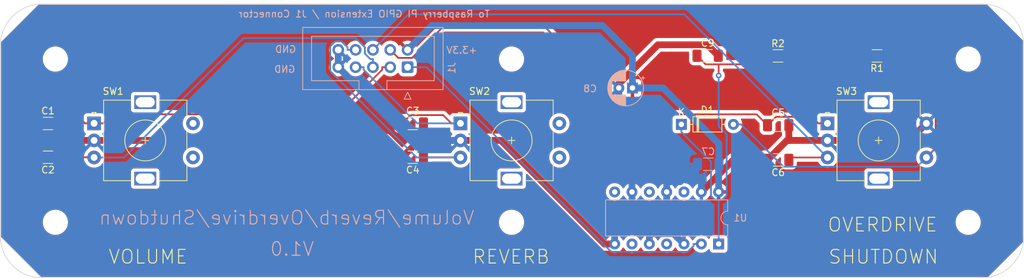
<source format=kicad_pcb>
(kicad_pcb (version 20221018) (generator pcbnew)
  (title_block (title "Volume reverb overdrive shutdown controls") (date "2023-08-24") (rev "1.0") (company "Picherie"))
  (layers (0 "F.Cu" signal) (31 "B.Cu" signal) (34 "B.Paste" user) (35 "F.Paste" user) (36 "B.SilkS" user "B.Silkscreen") (37 "F.SilkS" user "F.Silkscreen") (38 "B.Mask" user) (39 "F.Mask" user) (44 "Edge.Cuts" user))
  (net 0 "")
  (net 1 "/VOLUME_A")
  (net 2 "GND")
  (net 3 "/VOLUME_B")
  (net 4 "/OVERDRIVE_A")
  (net 5 "+3.3V")
  (net 6 "/REVERB_A")
  (net 7 "/REVERB_B")
  (net 8 "/OVERDRIVE_B")
  (net 9 "Net-(D1-K)")
  (net 10 "/RPI_OFF")
  (net 14 "/SHUT_DOWN")
  (footprint "MountingHole:MountingHole_3.2mm_M3" (layer "F.Cu") (at 70.93 99.95)
    (fp_text reference "REF6" hide)
    (fp_text value "MountingHole_3.2mm_M3" hide)
    (pad "" np_thru_hole circle locked (at 0 0) (size 3.2 3.2) (drill 3.2) (layers "*.Cu" "*.Mask"))
  )
  (footprint "MountingHole:MountingHole_3.2mm_M3" (layer "F.Cu") (at 137.7895 99.95)
    (fp_text reference "REF5" hide)
    (fp_text value "MountingHole_3.2mm_M3" hide)
    (pad "" np_thru_hole circle locked (at 0 0) (size 3.2 3.2) (drill 3.2) (layers "*.Cu" "*.Mask"))
  )
  (footprint "MountingHole:MountingHole_3.2mm_M3" (layer "F.Cu") (at 204.725 76.03)
    (fp_text reference "REF3" hide)
    (fp_text value "MountingHole_3.2mm_M3" hide)
    (pad "" np_thru_hole circle locked (at 0 0) (size 3.2 3.2) (drill 3.2) (layers "*.Cu" "*.Mask"))
  )
  (footprint "Capacitor_SMD:C_1206_3216Metric_Pad1.33x1.80mm_HandSolder" (layer "F.Cu") (at 69.85 90.424 180)
    (fp_text reference "C2" (at 0 -1.85) (layer "F.SilkS"))
    (fp_text value "10n")
    (fp_line (start -0.711252 -0.91) (end 0.711252 -0.91) (stroke (width 0.12)) (layer "F.SilkS"))
    (fp_line (start -0.711252 0.91) (end 0.711252 0.91) (stroke (width 0.12)) (layer "F.SilkS"))
    (pad "1" smd roundrect locked (at -1.5625 0 180) (size 1.325 1.8) (layers "F.Cu" "F.Paste" "F.Mask") (roundrect_rratio 0.1886792453) (net 3 "/VOLUME_B"))
    (pad "2" smd roundrect locked (at 1.5625 0 180) (size 1.325 1.8) (layers "F.Cu" "F.Paste" "F.Mask") (roundrect_rratio 0.1886792453) (net 2 "GND"))
  )
  (footprint "Capacitor_SMD:C_1206_3216Metric_Pad1.33x1.80mm_HandSolder" (layer "F.Cu") (at 176.8725 85.725)
    (fp_text reference "C5" (at 0 -1.85) (layer "F.SilkS"))
    (fp_text value "10n")
    (fp_line (start -0.711252 -0.91) (end 0.711252 -0.91) (stroke (width 0.12)) (layer "F.SilkS"))
    (fp_line (start -0.711252 0.91) (end 0.711252 0.91) (stroke (width 0.12)) (layer "F.SilkS"))
    (pad "1" smd roundrect (at -1.5625 0) (size 1.325 1.8) (layers "F.Cu" "F.Paste" "F.Mask") (roundrect_rratio 0.1886792453) (net 4 "/OVERDRIVE_A"))
    (pad "2" smd roundrect (at 1.5625 0) (size 1.325 1.8) (layers "F.Cu" "F.Paste" "F.Mask") (roundrect_rratio 0.1886792453) (net 2 "GND"))
  )
  (footprint "Diode_THT:D_DO-35_SOD27_P7.62mm_Horizontal" (layer "F.Cu") (at 162.687 85.598)
    (fp_text reference "D1" (at 3.81 -2.12) (layer "F.SilkS"))
    (fp_text value "1N4148")
    (fp_text user "K" (at 0 -1.8) (layer "F.SilkS"))
    (fp_line (start 1.04 0) (end 1.69 0) (stroke (width 0.12)) (layer "F.SilkS"))
    (fp_line (start 1.69 -1.12) (end 1.69 1.12) (stroke (width 0.12)) (layer "F.SilkS"))
    (fp_line (start 1.69 1.12) (end 5.93 1.12) (stroke (width 0.12)) (layer "F.SilkS"))
    (fp_line (start 2.29 -1.12) (end 2.29 1.12) (stroke (width 0.12)) (layer "F.SilkS"))
    (fp_line (start 2.41 -1.12) (end 2.41 1.12) (stroke (width 0.12)) (layer "F.SilkS"))
    (fp_line (start 2.53 -1.12) (end 2.53 1.12) (stroke (width 0.12)) (layer "F.SilkS"))
    (fp_line (start 5.93 -1.12) (end 1.69 -1.12) (stroke (width 0.12)) (layer "F.SilkS"))
    (fp_line (start 5.93 1.12) (end 5.93 -1.12) (stroke (width 0.12)) (layer "F.SilkS"))
    (fp_line (start 6.58 0) (end 5.93 0) (stroke (width 0.12)) (layer "F.SilkS"))
    (pad "1" thru_hole rect (at 0 0) (size 1.6 1.6) (drill 0.8) (layers "*.Cu" "*.Mask") (net 9 "Net-(D1-K)"))
    (pad "2" thru_hole oval (at 7.62 0) (size 1.6 1.6) (drill 0.8) (layers "*.Cu" "*.Mask") (net 10 "/RPI_OFF"))
  )
  (footprint "Capacitor_SMD:C_1206_3216Metric_Pad1.33x1.80mm_HandSolder" (layer "F.Cu") (at 123.317 90.424 180)
    (fp_text reference "C4" (at 0 -1.85) (layer "F.SilkS"))
    (fp_text value "10n")
    (fp_line (start -0.711252 -0.91) (end 0.711252 -0.91) (stroke (width 0.12)) (layer "F.SilkS"))
    (fp_line (start -0.711252 0.91) (end 0.711252 0.91) (stroke (width 0.12)) (layer "F.SilkS"))
    (pad "1" smd roundrect (at -1.5625 0 180) (size 1.325 1.8) (layers "F.Cu" "F.Paste" "F.Mask") (roundrect_rratio 0.1886792453) (net 7 "/REVERB_B"))
    (pad "2" smd roundrect (at 1.5625 0 180) (size 1.325 1.8) (layers "F.Cu" "F.Paste" "F.Mask") (roundrect_rratio 0.1886792453) (net 2 "GND"))
  )
  (footprint "Rotary_Encoder:RotaryEncoder_Alps_EC11E-Switch_Vertical_H20mm" (layer "F.Cu") (at 130.302 85.45)
    (fp_text reference "SW2" (at 2.8 -4.7) (layer "F.SilkS"))
    (fp_text value "RotaryEncoder")
    (fp_line (start -0.3 -1.6) (end 0.3 -1.6) (stroke (width 0.12)) (layer "F.SilkS"))
    (fp_line (start 0 -1.3) (end -0.3 -1.6) (stroke (width 0.12)) (layer "F.SilkS"))
    (fp_line (start 0.3 -1.6) (end 0 -1.3) (stroke (width 0.12)) (layer "F.SilkS"))
    (fp_line (start 1.4 -3.4) (end 1.4 8.4) (stroke (width 0.12)) (layer "F.SilkS"))
    (fp_line (start 5.5 -3.4) (end 1.4 -3.4) (stroke (width 0.12)) (layer "F.SilkS"))
    (fp_line (start 5.5 8.4) (end 1.4 8.4) (stroke (width 0.12)) (layer "F.SilkS"))
    (fp_line (start 7 2.5) (end 8 2.5) (stroke (width 0.12)) (layer "F.SilkS"))
    (fp_line (start 7.5 2) (end 7.5 3) (stroke (width 0.12)) (layer "F.SilkS"))
    (fp_line (start 9.5 -3.4) (end 13.6 -3.4) (stroke (width 0.12)) (layer "F.SilkS"))
    (fp_line (start 13.6 -3.4) (end 13.6 -1) (stroke (width 0.12)) (layer "F.SilkS"))
    (fp_line (start 13.6 1.2) (end 13.6 3.8) (stroke (width 0.12)) (layer "F.SilkS"))
    (fp_line (start 13.6 6) (end 13.6 8.4) (stroke (width 0.12)) (layer "F.SilkS"))
    (fp_line (start 13.6 8.4) (end 9.5 8.4) (stroke (width 0.12)) (layer "F.SilkS"))
    (fp_circle (center 7.5 2.5) (end 10.5 2.5) (stroke (width 0.12)) (fill none) (layer "F.SilkS"))
    (pad "A" thru_hole rect locked (at 0 0) (size 2 2) (drill 1) (layers "*.Cu" "*.Mask") (net 6 "/REVERB_A"))
    (pad "B" thru_hole circle locked (at 0 5) (size 2 2) (drill 1) (layers "*.Cu" "*.Mask") (net 7 "/REVERB_B"))
    (pad "C" thru_hole circle locked (at 0 2.5) (size 2 2) (drill 1) (layers "*.Cu" "*.Mask") (net 2 "GND"))
    (pad "MP" thru_hole rect locked (at 7.5 -3.1) (size 3.2 2) (drill oval 2.8 1.5) (layers "*.Cu" "*.Mask"))
    (pad "MP" thru_hole rect locked (at 7.5 8.1) (size 3.2 2) (drill oval 2.8 1.5) (layers "*.Cu" "*.Mask"))
    (pad "S1" thru_hole circle locked (at 14.5 5) (size 2 2) (drill 1) (layers "*.Cu" "*.Mask"))
    (pad "S2" thru_hole circle locked (at 14.5 0) (size 2 2) (drill 1) (layers "*.Cu" "*.Mask"))
  )
  (footprint "MountingHole:MountingHole_3.2mm_M3" (layer "F.Cu") (at 137.7895 76.03)
    (fp_text reference "REF2" hide)
    (fp_text value "MountingHole_3.2mm_M3" hide)
    (pad "" np_thru_hole circle locked (at 0 0) (size 3.2 3.2) (drill 3.2) (layers "*.Cu" "*.Mask"))
  )
  (footprint "MountingHole:MountingHole_3.2mm_M3" (layer "F.Cu") (at 204.725 99.95)
    (fp_text reference "REF4" hide)
    (fp_text value "MountingHole_3.2mm_M3" hide)
    (pad "" np_thru_hole circle locked (at 0 0) (size 3.2 3.2) (drill 3.2) (layers "*.Cu" "*.Mask"))
  )
  (footprint "Resistor_SMD:R_1206_3216Metric_Pad1.30x1.75mm_HandSolder" (layer "F.Cu") (at 176.8475 75.565)
    (fp_text reference "R2" (at 0 -1.82) (layer "F.SilkS"))
    (fp_text value "22K")
    (fp_line (start -0.727064 -0.91) (end 0.727064 -0.91) (stroke (width 0.12)) (layer "F.SilkS"))
    (fp_line (start -0.727064 0.91) (end 0.727064 0.91) (stroke (width 0.12)) (layer "F.SilkS"))
    (pad "1" smd roundrect (at -1.55 0) (size 1.3 1.75) (layers "F.Cu" "F.Paste" "F.Mask") (roundrect_rratio 0.1923076923) (net 9 "Net-(D1-K)"))
    (pad "2" smd roundrect (at 1.55 0) (size 1.3 1.75) (layers "F.Cu" "F.Paste" "F.Mask") (roundrect_rratio 0.1923076923) (net 10 "/RPI_OFF"))
  )
  (footprint "Capacitor_SMD:C_1206_3216Metric_Pad1.33x1.80mm_HandSolder" (layer "F.Cu") (at 176.8725 90.805 180)
    (fp_text reference "C6" (at 0 -1.85) (layer "F.SilkS"))
    (fp_text value "10n")
    (fp_line (start -0.711252 -0.91) (end 0.711252 -0.91) (stroke (width 0.12)) (layer "F.SilkS"))
    (fp_line (start -0.711252 0.91) (end 0.711252 0.91) (stroke (width 0.12)) (layer "F.SilkS"))
    (pad "1" smd roundrect (at -1.5625 0 180) (size 1.325 1.8) (layers "F.Cu" "F.Paste" "F.Mask") (roundrect_rratio 0.1886792453) (net 8 "/OVERDRIVE_B"))
    (pad "2" smd roundrect (at 1.5625 0 180) (size 1.325 1.8) (layers "F.Cu" "F.Paste" "F.Mask") (roundrect_rratio 0.1886792453) (net 2 "GND"))
  )
  (footprint "Rotary_Encoder:RotaryEncoder_Alps_EC11E-Switch_Vertical_H20mm" (layer "F.Cu") (at 184.097 85.45)
    (fp_text reference "SW3" (at 2.8 -4.7) (layer "F.SilkS"))
    (fp_text value "RotaryEncoder_Switch")
    (fp_line (start -0.3 -1.6) (end 0.3 -1.6) (stroke (width 0.12)) (layer "F.SilkS"))
    (fp_line (start 0 -1.3) (end -0.3 -1.6) (stroke (width 0.12)) (layer "F.SilkS"))
    (fp_line (start 0.3 -1.6) (end 0 -1.3) (stroke (width 0.12)) (layer "F.SilkS"))
    (fp_line (start 1.4 -3.4) (end 1.4 8.4) (stroke (width 0.12)) (layer "F.SilkS"))
    (fp_line (start 5.5 -3.4) (end 1.4 -3.4) (stroke (width 0.12)) (layer "F.SilkS"))
    (fp_line (start 5.5 8.4) (end 1.4 8.4) (stroke (width 0.12)) (layer "F.SilkS"))
    (fp_line (start 7 2.5) (end 8 2.5) (stroke (width 0.12)) (layer "F.SilkS"))
    (fp_line (start 7.5 2) (end 7.5 3) (stroke (width 0.12)) (layer "F.SilkS"))
    (fp_line (start 9.5 -3.4) (end 13.6 -3.4) (stroke (width 0.12)) (layer "F.SilkS"))
    (fp_line (start 13.6 -3.4) (end 13.6 -1) (stroke (width 0.12)) (layer "F.SilkS"))
    (fp_line (start 13.6 1.2) (end 13.6 3.8) (stroke (width 0.12)) (layer "F.SilkS"))
    (fp_line (start 13.6 6) (end 13.6 8.4) (stroke (width 0.12)) (layer "F.SilkS"))
    (fp_line (start 13.6 8.4) (end 9.5 8.4) (stroke (width 0.12)) (layer "F.SilkS"))
    (fp_circle (center 7.5 2.5) (end 10.5 2.5) (stroke (width 0.12)) (fill none) (layer "F.SilkS"))
    (pad "A" thru_hole rect locked (at 0 0) (size 2 2) (drill 1) (layers "*.Cu" "*.Mask") (net 4 "/OVERDRIVE_A"))
    (pad "B" thru_hole circle locked (at 0 5) (size 2 2) (drill 1) (layers "*.Cu" "*.Mask") (net 8 "/OVERDRIVE_B"))
    (pad "C" thru_hole circle locked (at 0 2.5) (size 2 2) (drill 1) (layers "*.Cu" "*.Mask") (net 2 "GND"))
    (pad "MP" thru_hole rect locked (at 7.5 -3.1) (size 3.2 2) (drill oval 2.8 1.5) (layers "*.Cu" "*.Mask"))
    (pad "MP" thru_hole rect locked (at 7.5 8.1) (size 3.2 2) (drill oval 2.8 1.5) (layers "*.Cu" "*.Mask"))
    (pad "S1" thru_hole circle locked (at 14.5 5) (size 2 2) (drill 1) (layers "*.Cu" "*.Mask") (net 10 "/RPI_OFF"))
    (pad "S2" thru_hole circle locked (at 14.5 0) (size 2 2) (drill 1) (layers "*.Cu" "*.Mask") (net 2 "GND"))
  )
  (footprint "Capacitor_SMD:C_1206_3216Metric_Pad1.33x1.80mm_HandSolder" (layer "F.Cu") (at 123.317 85.471)
    (fp_text reference "C3" (at 0 -1.85) (layer "F.SilkS"))
    (fp_text value "10n")
    (fp_line (start -0.711252 -0.91) (end 0.711252 -0.91) (stroke (width 0.12)) (layer "F.SilkS"))
    (fp_line (start -0.711252 0.91) (end 0.711252 0.91) (stroke (width 0.12)) (layer "F.SilkS"))
    (pad "1" smd roundrect (at -1.5625 0) (size 1.325 1.8) (layers "F.Cu" "F.Paste" "F.Mask") (roundrect_rratio 0.1886792453) (net 6 "/REVERB_A"))
    (pad "2" smd roundrect (at 1.5625 0) (size 1.325 1.8) (layers "F.Cu" "F.Paste" "F.Mask") (roundrect_rratio 0.1886792453) (net 2 "GND"))
  )
  (footprint "Capacitor_SMD:C_1206_3216Metric_Pad1.33x1.80mm_HandSolder" (layer "F.Cu") (at 69.85 85.471)
    (fp_text reference "C1" (at 0 -1.85) (layer "F.SilkS"))
    (fp_text value "10n")
    (fp_line (start -0.711252 -0.91) (end 0.711252 -0.91) (stroke (width 0.12)) (layer "F.SilkS"))
    (fp_line (start -0.711252 0.91) (end 0.711252 0.91) (stroke (width 0.12)) (layer "F.SilkS"))
    (pad "1" smd roundrect locked (at -1.5625 0) (size 1.325 1.8) (layers "F.Cu" "F.Paste" "F.Mask") (roundrect_rratio 0.1886792453) (net 1 "/VOLUME_A"))
    (pad "2" smd roundrect locked (at 1.5625 0) (size 1.325 1.8) (layers "F.Cu" "F.Paste" "F.Mask") (roundrect_rratio 0.1886792453) (net 2 "GND"))
  )
  (footprint "Resistor_SMD:R_1206_3216Metric_Pad1.30x1.75mm_HandSolder" (layer "F.Cu") (at 191.363 75.565 180)
    (fp_text reference "R1" (at 0 -1.82) (layer "F.SilkS"))
    (fp_text value "9.1K")
    (fp_line (start -0.727064 -0.91) (end 0.727064 -0.91) (stroke (width 0.12)) (layer "F.SilkS"))
    (fp_line (start -0.727064 0.91) (end 0.727064 0.91) (stroke (width 0.12)) (layer "F.SilkS"))
    (pad "1" smd roundrect (at -1.55 0 180) (size 1.3 1.75) (layers "F.Cu" "F.Paste" "F.Mask") (roundrect_rratio 0.1923076923) (net 5 "+3.3V"))
    (pad "2" smd roundrect (at 1.55 0 180) (size 1.3 1.75) (layers "F.Cu" "F.Paste" "F.Mask") (roundrect_rratio 0.1923076923) (net 10 "/RPI_OFF"))
  )
  (footprint "Capacitor_SMD:C_1206_3216Metric_Pad1.33x1.80mm_HandSolder" (layer "F.Cu") (at 166.5345 75.54)
    (fp_text reference "C9" (at 0 -1.85) (layer "F.SilkS"))
    (fp_text value "1uF")
    (fp_line (start -0.711252 -0.91) (end 0.711252 -0.91) (stroke (width 0.12)) (layer "F.SilkS"))
    (fp_line (start -0.711252 0.91) (end 0.711252 0.91) (stroke (width 0.12)) (layer "F.SilkS"))
    (pad "1" smd roundrect (at -1.5625 0) (size 1.325 1.8) (layers "F.Cu" "F.Paste" "F.Mask") (roundrect_rratio 0.1886792453) (net 9 "Net-(D1-K)"))
    (pad "2" smd roundrect (at 1.5625 0) (size 1.325 1.8) (layers "F.Cu" "F.Paste" "F.Mask") (roundrect_rratio 0.1886792453) (net 2 "GND"))
  )
  (footprint "MountingHole:MountingHole_3.2mm_M3" (layer "F.Cu") (at 70.93 76.03)
    (fp_text reference "REF1" hide)
    (fp_text value "MountingHole_3.2mm_M3" hide)
    (pad "" np_thru_hole circle locked (at 0 0) (size 3.2 3.2) (drill 3.2) (layers "*.Cu" "*.Mask"))
  )
  (footprint "Rotary_Encoder:RotaryEncoder_Alps_EC11E-Switch_Vertical_H20mm" (layer "F.Cu") (at 76.604 85.45)
    (fp_text reference "SW1" (at 2.8 -4.7) (layer "F.SilkS"))
    (fp_text value "RotaryEncoder")
    (fp_line (start -0.3 -1.6) (end 0.3 -1.6) (stroke (width 0.12)) (layer "F.SilkS"))
    (fp_line (start 0 -1.3) (end -0.3 -1.6) (stroke (width 0.12)) (layer "F.SilkS"))
    (fp_line (start 0.3 -1.6) (end 0 -1.3) (stroke (width 0.12)) (layer "F.SilkS"))
    (fp_line (start 1.4 -3.4) (end 1.4 8.4) (stroke (width 0.12)) (layer "F.SilkS"))
    (fp_line (start 5.5 -3.4) (end 1.4 -3.4) (stroke (width 0.12)) (layer "F.SilkS"))
    (fp_line (start 5.5 8.4) (end 1.4 8.4) (stroke (width 0.12)) (layer "F.SilkS"))
    (fp_line (start 7 2.5) (end 8 2.5) (stroke (width 0.12)) (layer "F.SilkS"))
    (fp_line (start 7.5 2) (end 7.5 3) (stroke (width 0.12)) (layer "F.SilkS"))
    (fp_line (start 9.5 -3.4) (end 13.6 -3.4) (stroke (width 0.12)) (layer "F.SilkS"))
    (fp_line (start 13.6 -3.4) (end 13.6 -1) (stroke (width 0.12)) (layer "F.SilkS"))
    (fp_line (start 13.6 1.2) (end 13.6 3.8) (stroke (width 0.12)) (layer "F.SilkS"))
    (fp_line (start 13.6 6) (end 13.6 8.4) (stroke (width 0.12)) (layer "F.SilkS"))
    (fp_line (start 13.6 8.4) (end 9.5 8.4) (stroke (width 0.12)) (layer "F.SilkS"))
    (fp_circle (center 7.5 2.5) (end 10.5 2.5) (stroke (width 0.12)) (fill none) (layer "F.SilkS"))
    (pad "A" thru_hole rect locked (at 0 0) (size 2 2) (drill 1) (layers "*.Cu" "*.Mask") (net 1 "/VOLUME_A"))
    (pad "B" thru_hole circle locked (at 0 5) (size 2 2) (drill 1) (layers "*.Cu" "*.Mask") (net 3 "/VOLUME_B"))
    (pad "C" thru_hole circle locked (at 0 2.5) (size 2 2) (drill 1) (layers "*.Cu" "*.Mask") (net 2 "GND"))
    (pad "MP" thru_hole rect locked (at 7.5 -3.1) (size 3.2 2) (drill oval 2.8 1.5) (layers "*.Cu" "*.Mask"))
    (pad "MP" thru_hole rect locked (at 7.5 8.1) (size 3.2 2) (drill oval 2.8 1.5) (layers "*.Cu" "*.Mask"))
    (pad "S1" thru_hole circle locked (at 14.5 5) (size 2 2) (drill 1) (layers "*.Cu" "*.Mask"))
    (pad "S2" thru_hole circle locked (at 14.5 0) (size 2 2) (drill 1) (layers "*.Cu" "*.Mask"))
  )
  (footprint "Connector_IDC:IDC-Header_2x05_P2.54mm_Vertical" (layer "B.Cu") (at 122.555 77.216 90)
    (fp_text reference "J1" (at -0.127 6.477 270) (layer "B.SilkS") (effects (justify mirror)))
    (fp_text value "Conn_02x05_Odd_Even")
    (fp_line (start -4.68 -0.5) (end -3.68 0) (stroke (width 0.12)) (layer "B.SilkS"))
    (fp_line (start -4.68 0.5) (end -4.68 -0.5) (stroke (width 0.12)) (layer "B.SilkS"))
    (fp_line (start -3.68 0) (end -4.68 0.5) (stroke (width 0.12)) (layer "B.SilkS"))
    (fp_line (start -3.29 -15.37) (end -3.29 5.21) (stroke (width 0.12)) (layer "B.SilkS"))
    (fp_line (start -3.29 -3.03) (end -1.98 -3.03) (stroke (width 0.12)) (layer "B.SilkS"))
    (fp_line (start -3.29 5.21) (end 5.83 5.21) (stroke (width 0.12)) (layer "B.SilkS"))
    (fp_line (start -1.98 -14.07) (end -1.98 -7.13) (stroke (width 0.12)) (layer "B.SilkS"))
    (fp_line (start -1.98 -7.13) (end -3.29 -7.13) (stroke (width 0.12)) (layer "B.SilkS"))
    (fp_line (start -1.98 -7.13) (end -1.98 -7.13) (stroke (width 0.12)) (layer "B.SilkS"))
    (fp_line (start -1.98 -3.03) (end -1.98 3.91) (stroke (width 0.12)) (layer "B.SilkS"))
    (fp_line (start -1.98 3.91) (end 4.52 3.91) (stroke (width 0.12)) (layer "B.SilkS"))
    (fp_line (start 4.52 -14.07) (end -1.98 -14.07) (stroke (width 0.12)) (layer "B.SilkS"))
    (fp_line (start 4.52 3.91) (end 4.52 -14.07) (stroke (width 0.12)) (layer "B.SilkS"))
    (fp_line (start 5.83 -15.37) (end -3.29 -15.37) (stroke (width 0.12)) (layer "B.SilkS"))
    (fp_line (start 5.83 5.21) (end 5.83 -15.37) (stroke (width 0.12)) (layer "B.SilkS"))
    (pad "1" thru_hole roundrect (at 0 0 90) (size 1.7 1.7) (drill 1) (layers "*.Cu" "*.Mask") (roundrect_rratio 0.1470588235) (net 14 "/SHUT_DOWN"))
    (pad "2" thru_hole circle (at 2.54 0 90) (size 1.7 1.7) (drill 1) (layers "*.Cu" "*.Mask") (net 5 "+3.3V"))
    (pad "3" thru_hole circle (at 0 -2.54 90) (size 1.7 1.7) (drill 1) (layers "*.Cu" "*.Mask") (net 1 "/VOLUME_A"))
    (pad "4" thru_hole circle (at 2.54 -2.54 90) (size 1.7 1.7) (drill 1) (layers "*.Cu" "*.Mask") (net 4 "/OVERDRIVE_A"))
    (pad "5" thru_hole circle (at 0 -5.08 90) (size 1.7 1.7) (drill 1) (layers "*.Cu" "*.Mask") (net 3 "/VOLUME_B"))
    (pad "6" thru_hole circle (at 2.54 -5.08 90) (size 1.7 1.7) (drill 1) (layers "*.Cu" "*.Mask") (net 8 "/OVERDRIVE_B"))
    (pad "7" thru_hole circle (at 0 -7.62 90) (size 1.7 1.7) (drill 1) (layers "*.Cu" "*.Mask") (net 6 "/REVERB_A"))
    (pad "8" thru_hole circle (at 2.54 -7.62 90) (size 1.7 1.7) (drill 1) (layers "*.Cu" "*.Mask") (net 7 "/REVERB_B"))
    (pad "9" thru_hole circle (at 0 -10.16 90) (size 1.7 1.7) (drill 1) (layers "*.Cu" "*.Mask") (net 2 "GND"))
    (pad "10" thru_hole circle (at 2.54 -10.16 90) (size 1.7 1.7) (drill 1) (layers "*.Cu" "*.Mask") (net 2 "GND"))
  )
  (footprint "Capacitor_SMD:C_1206_3216Metric_Pad1.33x1.80mm_HandSolder" (layer "B.Cu") (at 166.624 91.44 180)
    (fp_text reference "C7" (at 0 1.85) (layer "B.SilkS") (effects (justify mirror)))
    (fp_text value "100n")
    (fp_line (start -0.711252 -0.91) (end 0.711252 -0.91) (stroke (width 0.12)) (layer "B.SilkS"))
    (fp_line (start -0.711252 0.91) (end 0.711252 0.91) (stroke (width 0.12)) (layer "B.SilkS"))
    (pad "1" smd roundrect (at -1.5625 0 180) (size 1.325 1.8) (layers "B.Cu" "B.Paste" "B.Mask") (roundrect_rratio 0.1886792453) (net 5 "+3.3V"))
    (pad "2" smd roundrect (at 1.5625 0 180) (size 1.325 1.8) (layers "B.Cu" "B.Paste" "B.Mask") (roundrect_rratio 0.1886792453) (net 2 "GND"))
  )
  (footprint "Capacitor_THT:CP_Radial_D5.0mm_P2.00mm" (layer "B.Cu") (at 155.5141 80.264 180)
    (fp_text reference "C8" (at 6.2 -0.1) (layer "B.SilkS") (effects (justify mirror)))
    (fp_text value "10uF")
    (fp_line (start -1.804775 1.475) (end -1.304775 1.475) (stroke (width 0.12)) (layer "B.SilkS"))
    (fp_line (start -1.554775 1.725) (end -1.554775 1.225) (stroke (width 0.12)) (layer "B.SilkS"))
    (fp_line (start 1 -1.04) (end 1 -2.58) (stroke (width 0.12)) (layer "B.SilkS"))
    (fp_line (start 1 2.58) (end 1 1.04) (stroke (width 0.12)) (layer "B.SilkS"))
    (fp_line (start 1.04 -1.04) (end 1.04 -2.58) (stroke (width 0.12)) (layer "B.SilkS"))
    (fp_line (start 1.04 2.58) (end 1.04 1.04) (stroke (width 0.12)) (layer "B.SilkS"))
    (fp_line (start 1.08 -1.04) (end 1.08 -2.579) (stroke (width 0.12)) (layer "B.SilkS"))
    (fp_line (start 1.08 2.579) (end 1.08 1.04) (stroke (width 0.12)) (layer "B.SilkS"))
    (fp_line (start 1.12 -1.04) (end 1.12 -2.578) (stroke (width 0.12)) (layer "B.SilkS"))
    (fp_line (start 1.12 2.578) (end 1.12 1.04) (stroke (width 0.12)) (layer "B.SilkS"))
    (fp_line (start 1.16 -1.04) (end 1.16 -2.576) (stroke (width 0.12)) (layer "B.SilkS"))
    (fp_line (start 1.16 2.576) (end 1.16 1.04) (stroke (width 0.12)) (layer "B.SilkS"))
    (fp_line (start 1.2 -1.04) (end 1.2 -2.573) (stroke (width 0.12)) (layer "B.SilkS"))
    (fp_line (start 1.2 2.573) (end 1.2 1.04) (stroke (width 0.12)) (layer "B.SilkS"))
    (fp_line (start 1.24 -1.04) (end 1.24 -2.569) (stroke (width 0.12)) (layer "B.SilkS"))
    (fp_line (start 1.24 2.569) (end 1.24 1.04) (stroke (width 0.12)) (layer "B.SilkS"))
    (fp_line (start 1.28 -1.04) (end 1.28 -2.565) (stroke (width 0.12)) (layer "B.SilkS"))
    (fp_line (start 1.28 2.565) (end 1.28 1.04) (stroke (width 0.12)) (layer "B.SilkS"))
    (fp_line (start 1.32 -1.04) (end 1.32 -2.561) (stroke (width 0.12)) (layer "B.SilkS"))
    (fp_line (start 1.32 2.561) (end 1.32 1.04) (stroke (width 0.12)) (layer "B.SilkS"))
    (fp_line (start 1.36 -1.04) (end 1.36 -2.556) (stroke (width 0.12)) (layer "B.SilkS"))
    (fp_line (start 1.36 2.556) (end 1.36 1.04) (stroke (width 0.12)) (layer "B.SilkS"))
    (fp_line (start 1.4 -1.04) (end 1.4 -2.55) (stroke (width 0.12)) (layer "B.SilkS"))
    (fp_line (start 1.4 2.55) (end 1.4 1.04) (stroke (width 0.12)) (layer "B.SilkS"))
    (fp_line (start 1.44 -1.04) (end 1.44 -2.543) (stroke (width 0.12)) (layer "B.SilkS"))
    (fp_line (start 1.44 2.543) (end 1.44 1.04) (stroke (width 0.12)) (layer "B.SilkS"))
    (fp_line (start 1.48 -1.04) (end 1.48 -2.536) (stroke (width 0.12)) (layer "B.SilkS"))
    (fp_line (start 1.48 2.536) (end 1.48 1.04) (stroke (width 0.12)) (layer "B.SilkS"))
    (fp_line (start 1.52 -1.04) (end 1.52 -2.528) (stroke (width 0.12)) (layer "B.SilkS"))
    (fp_line (start 1.52 2.528) (end 1.52 1.04) (stroke (width 0.12)) (layer "B.SilkS"))
    (fp_line (start 1.56 -1.04) (end 1.56 -2.52) (stroke (width 0.12)) (layer "B.SilkS"))
    (fp_line (start 1.56 2.52) (end 1.56 1.04) (stroke (width 0.12)) (layer "B.SilkS"))
    (fp_line (start 1.6 -1.04) (end 1.6 -2.511) (stroke (width 0.12)) (layer "B.SilkS"))
    (fp_line (start 1.6 2.511) (end 1.6 1.04) (stroke (width 0.12)) (layer "B.SilkS"))
    (fp_line (start 1.64 -1.04) (end 1.64 -2.501) (stroke (width 0.12)) (layer "B.SilkS"))
    (fp_line (start 1.64 2.501) (end 1.64 1.04) (stroke (width 0.12)) (layer "B.SilkS"))
    (fp_line (start 1.68 -1.04) (end 1.68 -2.491) (stroke (width 0.12)) (layer "B.SilkS"))
    (fp_line (start 1.68 2.491) (end 1.68 1.04) (stroke (width 0.12)) (layer "B.SilkS"))
    (fp_line (start 1.721 -1.04) (end 1.721 -2.48) (stroke (width 0.12)) (layer "B.SilkS"))
    (fp_line (start 1.721 2.48) (end 1.721 1.04) (stroke (width 0.12)) (layer "B.SilkS"))
    (fp_line (start 1.761 -1.04) (end 1.761 -2.468) (stroke (width 0.12)) (layer "B.SilkS"))
    (fp_line (start 1.761 2.468) (end 1.761 1.04) (stroke (width 0.12)) (layer "B.SilkS"))
    (fp_line (start 1.801 -1.04) (end 1.801 -2.455) (stroke (width 0.12)) (layer "B.SilkS"))
    (fp_line (start 1.801 2.455) (end 1.801 1.04) (stroke (width 0.12)) (layer "B.SilkS"))
    (fp_line (start 1.841 -1.04) (end 1.841 -2.442) (stroke (width 0.12)) (layer "B.SilkS"))
    (fp_line (start 1.841 2.442) (end 1.841 1.04) (stroke (width 0.12)) (layer "B.SilkS"))
    (fp_line (start 1.881 -1.04) (end 1.881 -2.428) (stroke (width 0.12)) (layer "B.SilkS"))
    (fp_line (start 1.881 2.428) (end 1.881 1.04) (stroke (width 0.12)) (layer "B.SilkS"))
    (fp_line (start 1.921 -1.04) (end 1.921 -2.414) (stroke (width 0.12)) (layer "B.SilkS"))
    (fp_line (start 1.921 2.414) (end 1.921 1.04) (stroke (width 0.12)) (layer "B.SilkS"))
    (fp_line (start 1.961 -1.04) (end 1.961 -2.398) (stroke (width 0.12)) (layer "B.SilkS"))
    (fp_line (start 1.961 2.398) (end 1.961 1.04) (stroke (width 0.12)) (layer "B.SilkS"))
    (fp_line (start 2.001 -1.04) (end 2.001 -2.382) (stroke (width 0.12)) (layer "B.SilkS"))
    (fp_line (start 2.001 2.382) (end 2.001 1.04) (stroke (width 0.12)) (layer "B.SilkS"))
    (fp_line (start 2.041 -1.04) (end 2.041 -2.365) (stroke (width 0.12)) (layer "B.SilkS"))
    (fp_line (start 2.041 2.365) (end 2.041 1.04) (stroke (width 0.12)) (layer "B.SilkS"))
    (fp_line (start 2.081 -1.04) (end 2.081 -2.348) (stroke (width 0.12)) (layer "B.SilkS"))
    (fp_line (start 2.081 2.348) (end 2.081 1.04) (stroke (width 0.12)) (layer "B.SilkS"))
    (fp_line (start 2.121 -1.04) (end 2.121 -2.329) (stroke (width 0.12)) (layer "B.SilkS"))
    (fp_line (start 2.121 2.329) (end 2.121 1.04) (stroke (width 0.12)) (layer "B.SilkS"))
    (fp_line (start 2.161 -1.04) (end 2.161 -2.31) (stroke (width 0.12)) (layer "B.SilkS"))
    (fp_line (start 2.161 2.31) (end 2.161 1.04) (stroke (width 0.12)) (layer "B.SilkS"))
    (fp_line (start 2.201 -1.04) (end 2.201 -2.29) (stroke (width 0.12)) (layer "B.SilkS"))
    (fp_line (start 2.201 2.29) (end 2.201 1.04) (stroke (width 0.12)) (layer "B.SilkS"))
    (fp_line (start 2.241 -1.04) (end 2.241 -2.268) (stroke (width 0.12)) (layer "B.SilkS"))
    (fp_line (start 2.241 2.268) (end 2.241 1.04) (stroke (width 0.12)) (layer "B.SilkS"))
    (fp_line (start 2.281 -1.04) (end 2.281 -2.247) (stroke (width 0.12)) (layer "B.SilkS"))
    (fp_line (start 2.281 2.247) (end 2.281 1.04) (stroke (width 0.12)) (layer "B.SilkS"))
    (fp_line (start 2.321 -1.04) (end 2.321 -2.224) (stroke (width 0.12)) (layer "B.SilkS"))
    (fp_line (start 2.321 2.224) (end 2.321 1.04) (stroke (width 0.12)) (layer "B.SilkS"))
    (fp_line (start 2.361 -1.04) (end 2.361 -2.2) (stroke (width 0.12)) (layer "B.SilkS"))
    (fp_line (start 2.361 2.2) (end 2.361 1.04) (stroke (width 0.12)) (layer "B.SilkS"))
    (fp_line (start 2.401 -1.04) (end 2.401 -2.175) (stroke (width 0.12)) (layer "B.SilkS"))
    (fp_line (start 2.401 2.175) (end 2.401 1.04) (stroke (width 0.12)) (layer "B.SilkS"))
    (fp_line (start 2.441 -1.04) (end 2.441 -2.149) (stroke (width 0.12)) (layer "B.SilkS"))
    (fp_line (start 2.441 2.149) (end 2.441 1.04) (stroke (width 0.12)) (layer "B.SilkS"))
    (fp_line (start 2.481 -1.04) (end 2.481 -2.122) (stroke (width 0.12)) (layer "B.SilkS"))
    (fp_line (start 2.481 2.122) (end 2.481 1.04) (stroke (width 0.12)) (layer "B.SilkS"))
    (fp_line (start 2.521 -1.04) (end 2.521 -2.095) (stroke (width 0.12)) (layer "B.SilkS"))
    (fp_line (start 2.521 2.095) (end 2.521 1.04) (stroke (width 0.12)) (layer "B.SilkS"))
    (fp_line (start 2.561 -1.04) (end 2.561 -2.065) (stroke (width 0.12)) (layer "B.SilkS"))
    (fp_line (start 2.561 2.065) (end 2.561 1.04) (stroke (width 0.12)) (layer "B.SilkS"))
    (fp_line (start 2.601 -1.04) (end 2.601 -2.035) (stroke (width 0.12)) (layer "B.SilkS"))
    (fp_line (start 2.601 2.035) (end 2.601 1.04) (stroke (width 0.12)) (layer "B.SilkS"))
    (fp_line (start 2.641 -1.04) (end 2.641 -2.004) (stroke (width 0.12)) (layer "B.SilkS"))
    (fp_line (start 2.641 2.004) (end 2.641 1.04) (stroke (width 0.12)) (layer "B.SilkS"))
    (fp_line (start 2.681 -1.04) (end 2.681 -1.971) (stroke (width 0.12)) (layer "B.SilkS"))
    (fp_line (start 2.681 1.971) (end 2.681 1.04) (stroke (width 0.12)) (layer "B.SilkS"))
    (fp_line (start 2.721 -1.04) (end 2.721 -1.937) (stroke (width 0.12)) (layer "B.SilkS"))
    (fp_line (start 2.721 1.937) (end 2.721 1.04) (stroke (width 0.12)) (layer "B.SilkS"))
    (fp_line (start 2.761 -1.04) (end 2.761 -1.901) (stroke (width 0.12)) (layer "B.SilkS"))
    (fp_line (start 2.761 1.901) (end 2.761 1.04) (stroke (width 0.12)) (layer "B.SilkS"))
    (fp_line (start 2.801 -1.04) (end 2.801 -1.864) (stroke (width 0.12)) (layer "B.SilkS"))
    (fp_line (start 2.801 1.864) (end 2.801 1.04) (stroke (width 0.12)) (layer "B.SilkS"))
    (fp_line (start 2.841 -1.04) (end 2.841 -1.826) (stroke (width 0.12)) (layer "B.SilkS"))
    (fp_line (start 2.841 1.826) (end 2.841 1.04) (stroke (width 0.12)) (layer "B.SilkS"))
    (fp_line (start 2.881 -1.04) (end 2.881 -1.785) (stroke (width 0.12)) (layer "B.SilkS"))
    (fp_line (start 2.881 1.785) (end 2.881 1.04) (stroke (width 0.12)) (layer "B.SilkS"))
    (fp_line (start 2.921 -1.04) (end 2.921 -1.743) (stroke (width 0.12)) (layer "B.SilkS"))
    (fp_line (start 2.921 1.743) (end 2.921 1.04) (stroke (width 0.12)) (layer "B.SilkS"))
    (fp_line (start 2.961 -1.04) (end 2.961 -1.699) (stroke (width 0.12)) (layer "B.SilkS"))
    (fp_line (start 2.961 1.699) (end 2.961 1.04) (stroke (width 0.12)) (layer "B.SilkS"))
    (fp_line (start 3.001 -1.04) (end 3.001 -1.653) (stroke (width 0.12)) (layer "B.SilkS"))
    (fp_line (start 3.001 1.653) (end 3.001 1.04) (stroke (width 0.12)) (layer "B.SilkS"))
    (fp_line (start 3.041 1.605) (end 3.041 -1.605) (stroke (width 0.12)) (layer "B.SilkS"))
    (fp_line (start 3.081 1.554) (end 3.081 -1.554) (stroke (width 0.12)) (layer "B.SilkS"))
    (fp_line (start 3.121 1.5) (end 3.121 -1.5) (stroke (width 0.12)) (layer "B.SilkS"))
    (fp_line (start 3.161 1.443) (end 3.161 -1.443) (stroke (width 0.12)) (layer "B.SilkS"))
    (fp_line (start 3.201 1.383) (end 3.201 -1.383) (stroke (width 0.12)) (layer "B.SilkS"))
    (fp_line (start 3.241 1.319) (end 3.241 -1.319) (stroke (width 0.12)) (layer "B.SilkS"))
    (fp_line (start 3.281 1.251) (end 3.281 -1.251) (stroke (width 0.12)) (layer "B.SilkS"))
    (fp_line (start 3.321 1.178) (end 3.321 -1.178) (stroke (width 0.12)) (layer "B.SilkS"))
    (fp_line (start 3.361 1.098) (end 3.361 -1.098) (stroke (width 0.12)) (layer "B.SilkS"))
    (fp_line (start 3.401 1.011) (end 3.401 -1.011) (stroke (width 0.12)) (layer "B.SilkS"))
    (fp_line (start 3.441 0.915) (end 3.441 -0.915) (stroke (width 0.12)) (layer "B.SilkS"))
    (fp_line (start 3.481 0.805) (end 3.481 -0.805) (stroke (width 0.12)) (layer "B.SilkS"))
    (fp_line (start 3.521 0.677) (end 3.521 -0.677) (stroke (width 0.12)) (layer "B.SilkS"))
    (fp_line (start 3.561 0.518) (end 3.561 -0.518) (stroke (width 0.12)) (layer "B.SilkS"))
    (fp_line (start 3.601 0.284) (end 3.601 -0.284) (stroke (width 0.12)) (layer "B.SilkS"))
    (fp_circle (center 1 0) (end 3.62 0) (stroke (width 0.12)) (fill none) (layer "B.SilkS"))
    (pad "1" thru_hole rect (at 0 0 180) (size 1.6 1.6) (drill 0.8) (layers "*.Cu" "*.Mask") (net 5 "+3.3V"))
    (pad "2" thru_hole circle (at 2 0 180) (size 1.6 1.6) (drill 0.8) (layers "*.Cu" "*.Mask") (net 2 "GND"))
  )
  (footprint "Package_DIP:DIP-14_W7.62mm" (layer "B.Cu") (at 168.148 103.124 90)
    (fp_text reference "U1" (at 3.81 3.175) (layer "B.SilkS") (effects (justify mirror)))
    (fp_text value "74HC14")
    (fp_line (start 1.16 -16.57) (end 6.46 -16.57) (stroke (width 0.12)) (layer "B.SilkS"))
    (fp_line (start 1.16 1.33) (end 1.16 -16.57) (stroke (width 0.12)) (layer "B.SilkS"))
    (fp_line (start 2.81 1.33) (end 1.16 1.33) (stroke (width 0.12)) (layer "B.SilkS"))
    (fp_line (start 6.46 -16.57) (end 6.46 1.33) (stroke (width 0.12)) (layer "B.SilkS"))
    (fp_line (start 6.46 1.33) (end 4.81 1.33) (stroke (width 0.12)) (layer "B.SilkS"))
    (fp_arc (start 2.81 1.33) (mid 3.81 0.33) (end 4.81 1.33) (stroke (width 0.12)) (layer "B.SilkS"))
    (pad "1" thru_hole rect (at 0 0 90) (size 1.6 1.6) (drill 0.8) (layers "*.Cu" "*.Mask") (net 9 "Net-(D1-K)"))
    (pad "2" thru_hole oval (at 0 -2.54 90) (size 1.6 1.6) (drill 0.8) (layers "*.Cu" "*.Mask") (net 14 "/SHUT_DOWN"))
    (pad "3" thru_hole oval (at 0 -5.08 90) (size 1.6 1.6) (drill 0.8) (layers "*.Cu" "*.Mask") (net 2 "GND"))
    (pad "4" thru_hole oval (at 0 -7.62 90) (size 1.6 1.6) (drill 0.8) (layers "*.Cu" "*.Mask"))
    (pad "5" thru_hole oval (at 0 -10.16 90) (size 1.6 1.6) (drill 0.8) (layers "*.Cu" "*.Mask") (net 2 "GND"))
    (pad "6" thru_hole oval (at 0 -12.7 90) (size 1.6 1.6) (drill 0.8) (layers "*.Cu" "*.Mask"))
    (pad "7" thru_hole oval (at 0 -15.24 90) (size 1.6 1.6) (drill 0.8) (layers "*.Cu" "*.Mask") (net 2 "GND"))
    (pad "8" thru_hole oval (at 7.62 -15.24 90) (size 1.6 1.6) (drill 0.8) (layers "*.Cu" "*.Mask"))
    (pad "9" thru_hole oval (at 7.62 -12.7 90) (size 1.6 1.6) (drill 0.8) (layers "*.Cu" "*.Mask") (net 2 "GND"))
    (pad "10" thru_hole oval (at 7.62 -10.16 90) (size 1.6 1.6) (drill 0.8) (layers "*.Cu" "*.Mask"))
    (pad "11" thru_hole oval (at 7.62 -7.62 90) (size 1.6 1.6) (drill 0.8) (layers "*.Cu" "*.Mask") (net 2 "GND"))
    (pad "12" thru_hole oval (at 7.62 -5.08 90) (size 1.6 1.6) (drill 0.8) (layers "*.Cu" "*.Mask"))
    (pad "13" thru_hole oval (at 7.62 -2.54 90) (size 1.6 1.6) (drill 0.8) (layers "*.Cu" "*.Mask") (net 2 "GND"))
    (pad "14" thru_hole oval (at 7.62 0 90) (size 1.6 1.6) (drill 0.8) (layers "*.Cu" "*.Mask") (net 5 "+3.3V"))
  )
  (gr_line (start 206.738324 108.076998) (end 68.961 108.076998) (stroke (width 0.1)) (layer "Edge.Cuts"))
  (gr_line locked (start 212.864998 74.041) (end 212.864998 101.950326) (stroke (width 0.1)) (layer "Edge.Cuts"))
  (gr_arc locked (start 206.769 67.945) (mid 211.079523 69.730477) (end 212.864998 74.041) (stroke (width 0.1)) (layer "Edge.Cuts"))
  (gr_line (start 69.087999 67.945) (end 206.769 67.945) (stroke (width 0.1)) (layer "Edge.Cuts"))
  (gr_line locked (start 62.865002 101.981002) (end 62.865002 74.041) (stroke (width 0.1)) (layer "Edge.Cuts"))
  (gr_arc locked (start 68.960998 108.077) (mid 64.650477 106.291523) (end 62.865002 101.981002) (stroke (width 0.1)) (layer "Edge.Cuts"))
  (gr_arc locked (start 62.865002 74.040999) (mid 64.713978 69.704175) (end 69.087999 67.945) (stroke (width 0.1)) (layer "Edge.Cuts"))
  (gr_arc locked (start 212.865024 101.950323) (mid 211.070546 106.282538) (end 206.738324 108.076998) (stroke (width 0.1)) (layer "Edge.Cuts"))
  (gr_text "To Raspberry PI GPIO Extension / J1 Connector" (at 134.7 70) (layer "B.SilkS") (effects (font (size 1 1)) (justify left bottom mirror)))
  (gr_text "Volume/Reverb/Overdrive/Shutdown" (at 132.461 100.457) (layer "B.SilkS") (effects (font (size 2 2)) (justify left bottom mirror)))
  (gr_text "GND" (at 106.172 78.105) (layer "B.SilkS") (effects (font (size 1 1)) (justify left bottom mirror)))
  (gr_text "GND" (at 106.299 75.184) (layer "B.SilkS") (effects (font (size 1 1)) (justify left bottom mirror)))
  (gr_text "+3.3V" (at 132.842 75.311) (layer "B.SilkS") (effects (font (size 1 1)) (justify left bottom mirror)))
  (gr_text "V1.0" (at 108.966 105.029) (layer "B.SilkS") (effects (font (size 2 2)) (justify left bottom mirror)))
  (gr_text "OVERDRIVE" (at 184.023 101.473) (layer "F.SilkS") (effects (font (size 2 2)) (justify left bottom)))
  (gr_text "VOLUME" (at 78.613 106.172) (layer "F.SilkS") (effects (font (size 2 2)) (justify left bottom)))
  (gr_text "REVERB" (at 131.953 106.172) (layer "F.SilkS") (effects (font (size 2 2)) (justify left bottom)))
  (gr_text "SHUTDOWN" (at 184.15 106.172) (layer "F.SilkS") (effects (font (size 2 2)) (justify left bottom)))
  (segment (start 74.034 84.2069) (end 75.2771 85.45) (width 0.25) (layer "F.Cu") (net 1))
  (segment (start 120.015 77.216) (end 118.8381 77.216) (width 0.25) (layer "F.Cu") (net 1))
  (segment (start 118.8381 77.5839) (end 112.2989 84.1231) (width 0.25) (layer "F.Cu") (net 1))
  (segment (start 76.604 85.45) (end 77.9309 85.45) (width 0.25) (layer "F.Cu") (net 1))
  (segment (start 76.604 85.45) (end 75.2771 85.45) (width 0.25) (layer "F.Cu") (net 1))
  (segment (start 69.5516 84.2069) (end 74.034 84.2069) (width 0.25) (layer "F.Cu") (net 1))
  (segment (start 118.8381 77.216) (end 118.8381 77.5839) (width 0.25) (layer "F.Cu") (net 1))
  (segment (start 68.2875 85.471) (end 69.5516 84.2069) (width 0.25) (layer "F.Cu") (net 1))
  (segment (start 79.2578 84.1231) (end 77.9309 85.45) (width 0.25) (layer "F.Cu") (net 1))
  (segment (start 112.2989 84.1231) (end 79.2578 84.1231) (width 0.25) (layer "F.Cu") (net 1))
  (segment (start 124.2285 87.95) (end 121.7545 90.424) (width 1) (layer "F.Cu") (net 2))
  (segment (start 70.7615 87.95) (end 71.4125 87.95) (width 1) (layer "F.Cu") (net 2))
  (segment (start 165.608 95.504) (end 170.307 90.805) (width 1) (layer "F.Cu") (net 2))
  (segment (start 124.8795 87.95) (end 124.2285 87.95) (width 1) (layer "F.Cu") (net 2))
  (segment (start 178.435 87.95) (end 178.435 85.725) (width 1) (layer "F.Cu") (net 2))
  (segment (start 159.2407 73.9352) (end 153.5141 79.6618) (width 1) (layer "F.Cu") (net 2))
  (segment (start 178.165 87.95) (end 178.435 87.95) (width 1) (layer "F.Cu") (net 2))
  (segment (start 71.4125 85.471) (end 71.4125 87.95) (width 1) (layer "F.Cu") (net 2))
  (segment (start 119.2805 87.95) (end 121.7545 90.424) (width 1) (layer "F.Cu") (net 2))
  (segment (start 151.4061 103.124) (end 136.2321 87.95) (width 1) (layer "F.Cu") (net 2))
  (segment (start 196.097 87.95) (end 184.097 87.95) (width 1) (layer "F.Cu") (net 2))
  (segment (start 153.5141 79.6618) (end 153.5141 80.264) (width 1) (layer "F.Cu") (net 2))
  (segment (start 124.8795 87.95) (end 124.8795 85.471) (width 1) (layer "F.Cu") (net 2))
  (segment (start 130.302 87.95) (end 124.8795 87.95) (width 1) (layer "F.Cu") (net 2))
  (segment (start 175.31 90.805) (end 178.165 87.95) (width 1) (layer "F.Cu") (net 2))
  (segment (start 198.597 85.45) (end 196.097 87.95) (width 1) (layer "F.Cu") (net 2))
  (segment (start 76.604 87.95) (end 119.2805 87.95) (width 1) (layer "F.Cu") (net 2))
  (segment (start 136.2321 87.95) (end 130.302 87.95) (width 1) (layer "F.Cu") (net 2))
  (segment (start 168.097 75.54) (end 166.4922 73.9352) (width 1) (layer "F.Cu") (net 2))
  (segment (start 152.908 103.124) (end 151.4061 103.124) (width 1) (layer "F.Cu") (net 2))
  (segment (start 170.307 90.805) (end 175.31 90.805) (width 1) (layer "F.Cu") (net 2))
  (segment (start 68.2875 90.424) (end 70.7615 87.95) (width 1) (layer "F.Cu") (net 2))
  (segment (start 178.435 87.95) (end 184.097 87.95) (width 1) (layer "F.Cu") (net 2))
  (segment (start 166.4922 73.9352) (end 159.2407 73.9352) (width 1) (layer "F.Cu") (net 2))
  (segment (start 71.4125 87.95) (end 76.604 87.95) (width 1) (layer "F.Cu") (net 2))
  (segment (start 152.9095 101.6221) (end 155.4495 99.0821) (width 1) (layer "B.Cu") (net 2))
  (segment (start 155.448 95.504) (end 155.448 97.0059) (width 1) (layer "B.Cu") (net 2))
  (segment (start 165.0615 91.44) (end 164.0537 92.4478) (width 1) (layer "B.Cu") (net 2))
  (segment (start 160.528 101.6221) (end 157.9895 101.6221) (width 1) (layer "B.Cu") (net 2))
  (segment (start 130.302 87.95) (end 123.129 87.95) (width 1) (layer "B.Cu") (net 2))
  (segment (start 155.4495 99.0821) (end 157.9895 101.6221) (width 1) (layer "B.Cu") (net 2))
  (segment (start 157.988 103.124) (end 157.988 101.6236) (width 1) (layer "B.Cu") (net 2))
  (segment (start 157.9895 101.6221) (end 157.988 101.6236) (width 1) (layer "B.Cu") (net 2))
  (segment (start 155.4495 99.0821) (end 155.4495 97.0074) (width 1) (layer "B.Cu") (net 2))
  (segment (start 153.5141 92.0682) (end 155.448 94.0021) (width 1) (layer "B.Cu") (net 2))
  (segment (start 152.908 101.6221) (end 152.9095 101.6221) (width 1) (layer "B.Cu") (net 2))
  (segment (start 153.5141 80.264) (end 153.5141 92.0682) (width 1) (layer "B.Cu") (net 2))
  (segment (start 112.395 74.676) (end 112.395 77.216) (width 1) (layer "B.Cu") (net 2))
  (segment (start 164.0537 92.4478) (end 162.4994 94.0021) (width 1) (layer "B.Cu") (net 2))
  (segment (start 160.528 97.0059) (end 160.528 101.6221) (width 1) (layer "B.Cu") (net 2))
  (segment (start 160.528 95.504) (end 160.528 94.0021) (width 1) (layer "B.Cu") (net 2))
  (segment (start 123.129 87.95) (end 112.395 77.216) (width 1) (layer "B.Cu") (net 2))
  (segment (start 162.4994 94.0021) (end 160.528 94.0021) (width 1) (layer "B.Cu") (net 2))
  (segment (start 155.4495 97.0074) (end 155.448 97.0059) (width 1) (layer "B.Cu") (net 2))
  (segment (start 160.528 95.504) (end 160.528 97.0059) (width 1) (layer "B.Cu") (net 2))
  (segment (start 155.448 95.504) (end 155.448 94.0021) (width 1) (layer "B.Cu") (net 2))
  (segment (start 161.5661 101.6221) (end 160.528 101.6221) (width 1) (layer "B.Cu") (net 2))
  (segment (start 152.908 103.124) (end 152.908 101.6221) (width 1) (layer "B.Cu") (net 2))
  (segment (start 163.068 103.124) (end 161.5661 101.6221) (width 1) (layer "B.Cu") (net 2))
  (segment (start 165.608 94.0021) (end 164.0537 92.4478) (width 1) (layer "B.Cu") (net 2))
  (segment (start 165.608 95.504) (end 165.608 94.0021) (width 1) (layer "B.Cu") (net 2))
  (segment (start 76.578 90.424) (end 76.604 90.45) (width 0.25) (layer "F.Cu") (net 3))
  (segment (start 71.4125 90.424) (end 76.578 90.424) (width 0.25) (layer "F.Cu") (net 3))
  (segment (start 117.475 77.216) (end 117.475 76.0391) (width 0.25) (layer "B.Cu") (net 3))
  (segment (start 81.004 90.45) (end 76.604 90.45) (width 0.25) (layer "B.Cu") (net 3))
  (segment (start 117.475 76.0391) (end 117.1071 76.0391) (width 0.25) (layer "B.Cu") (net 3))
  (segment (start 114.9455 72.9528) (end 98.5012 72.9528) (width 0.25) (layer "B.Cu") (net 3))
  (segment (start 98.5012 72.9528) (end 81.004 90.45) (width 0.25) (layer "B.Cu") (net 3))
  (segment (start 116.2981 74.3054) (end 114.9455 72.9528) (width 0.25) (layer "B.Cu") (net 3))
  (segment (start 116.2981 75.2301) (end 116.2981 74.3054) (width 0.25) (layer "B.Cu") (net 3))
  (segment (start 117.1071 76.0391) (end 116.2981 75.2301) (width 0.25) (layer "B.Cu") (net 3))
  (segment (start 123.205072 75.8529) (end 121.1919 75.8529) (width 0.25) (layer "F.Cu") (net 4))
  (segment (start 184.097 85.45) (end 182.7701 85.45) (width 0.25) (layer "F.Cu") (net 4))
  (segment (start 127.683972 71.374) (end 123.205072 75.8529) (width 0.25) (layer "F.Cu") (net 4))
  (segment (start 181.8133 84.4932) (end 176.5418 84.4932) (width 0.25) (layer "F.Cu") (net 4))
  (segment (start 142.7381 71.374) (end 127.683972 71.374) (width 0.25) (layer "F.Cu") (net 4))
  (segment (start 155.4887 84.1246) (end 142.7381 71.374) (width 0.25) (layer "F.Cu") (net 4))
  (segment (start 175.31 85.725) (end 173.7096 84.1246) (width 0.25) (layer "F.Cu") (net 4))
  (segment (start 176.5418 84.4932) (end 175.31 85.725) (width 0.25) (layer "F.Cu") (net 4))
  (segment (start 121.1919 75.8529) (end 120.015 74.676) (width 0.25) (layer "F.Cu") (net 4))
  (segment (start 173.7096 84.1246) (end 155.4887 84.1246) (width 0.25) (layer "F.Cu") (net 4))
  (segment (start 182.7701 85.45) (end 181.8133 84.4932) (width 0.25) (layer "F.Cu") (net 4))
  (segment (start 188.214 80.264) (end 192.913 75.565) (width 1) (layer "F.Cu") (net 5))
  (segment (start 155.5141 80.264) (end 188.214 80.264) (width 1) (layer "F.Cu") (net 5))
  (segment (start 168.148 91.4785) (end 168.1865 91.44) (width 1) (layer "B.Cu") (net 5))
  (segment (start 160.0117 80.264) (end 168.1865 88.4388) (width 1) (layer "B.Cu") (net 5))
  (segment (start 155.5141 75.5041) (end 151.13 71.12) (width 1) (layer "B.Cu") (net 5))
  (segment (start 155.5141 80.264) (end 160.0117 80.264) (width 1) (layer "B.Cu") (net 5))
  (segment (start 168.1865 88.4388) (end 168.1865 91.44) (width 1) (layer "B.Cu") (net 5))
  (segment (start 151.13 71.12) (end 126.111 71.12) (width 1) (layer "B.Cu") (net 5))
  (segment (start 126.111 71.12) (end 122.555 74.676) (width 1) (layer "B.Cu") (net 5))
  (segment (start 168.148 95.504) (end 168.148 91.4785) (width 1) (layer "B.Cu") (net 5))
  (segment (start 155.5141 80.264) (end 155.5141 75.5041) (width 1) (layer "B.Cu") (net 5))
  (segment (start 130.302 85.45) (end 128.9751 85.45) (width 0.25) (layer "F.Cu") (net 6))
  (segment (start 128.9751 85.45) (end 127.7623 84.2372) (width 0.25) (layer "F.Cu") (net 6))
  (segment (start 127.7623 84.2372) (end 122.9883 84.2372) (width 0.25) (layer "F.Cu") (net 6))
  (segment (start 122.9883 84.2372) (end 121.7545 85.471) (width 0.25) (layer "F.Cu") (net 6))
  (segment (start 114.935 77.216) (end 116.1119 77.216) (width 0.25) (layer "B.Cu") (net 6))
  (segment (start 123.9781 85.45) (end 116.1119 77.5838) (width 0.25) (layer "B.Cu") (net 6))
  (segment (start 130.302 85.45) (end 123.9781 85.45) (width 0.25) (layer "B.Cu") (net 6))
  (segment (start 116.1119 77.5838) (end 116.1119 77.216) (width 0.25) (layer "B.Cu") (net 6))
  (segment (start 124.8795 90.424) (end 130.276 90.424) (width 0.25) (layer "F.Cu") (net 7))
  (segment (start 130.276 90.424) (end 130.302 90.45) (width 0.25) (layer "F.Cu") (net 7))
  (segment (start 123.8789 90.45) (end 111.2126 77.7837) (width 0.25) (layer "B.Cu") (net 7))
  (segment (start 111.9225 73.4499) (end 112.8978 73.4499) (width 0.25) (layer "B.Cu") (net 7))
  (segment (start 113.7581 74.3102) (end 113.7581 74.676) (width 0.25) (layer "B.Cu") (net 7))
  (segment (start 112.8978 73.4499) (end 113.7581 74.3102) (width 0.25) (layer "B.Cu") (net 7))
  (segment (start 114.935 74.676) (end 113.7581 74.676) (width 0.25) (layer "B.Cu") (net 7))
  (segment (start 130.302 90.45) (end 123.8789 90.45) (width 0.25) (layer "B.Cu") (net 7))
  (segment (start 111.2126 77.7837) (end 111.2126 74.1598) (width 0.25) (layer "B.Cu") (net 7))
  (segment (start 111.2126 74.1598) (end 111.9225 73.4499) (width 0.25) (layer "B.Cu") (net 7))
  (segment (start 178.79 90.45) (end 178.435 90.805) (width 0.25) (layer "F.Cu") (net 8))
  (segment (start 184.097 90.45) (end 178.79 90.45) (width 0.25) (layer "F.Cu") (net 8))
  (segment (start 163.116 69.469) (end 184.097 90.45) (width 0.25) (layer "B.Cu") (net 8))
  (segment (start 117.475 74.676) (end 122.682 69.469) (width 0.25) (layer "B.Cu") (net 8))
  (segment (start 122.682 69.469) (end 163.116 69.469) (width 0.25) (layer "B.Cu") (net 8))
  (segment (start 168.1477 76.798) (end 166.23 76.798) (width 0.25) (layer "F.Cu") (net 9))
  (segment (start 174.0645 76.798) (end 168.1477 76.798) (width 0.25) (layer "F.Cu") (net 9))
  (segment (start 166.23 76.798) (end 164.972 75.54) (width 0.25) (layer "F.Cu") (net 9))
  (segment (start 168.1477 76.798) (end 168.1477 78.4383) (width 0.25) (layer "F.Cu") (net 9))
  (segment (start 175.2975 75.565) (end 174.0645 76.798) (width 0.25) (layer "F.Cu") (net 9))
  (via (at 168.1477 78.4383) (size 0.8) (drill 0.4) (layers "F.Cu" "B.Cu") (net 9))
  (segment (start 162.687 86.7249) (end 167.0211 91.059) (width 0.25) (layer "B.Cu") (net 9))
  (segment (start 167.5845 96.6309) (end 168.148 96.6309) (width 0.25) (layer "B.Cu") (net 9))
  (segment (start 169.317 87.0285) (end 168.1477 85.8592) (width 0.25) (layer "B.Cu") (net 9))
  (segment (start 169.317 95.9877) (end 169.317 87.0285) (width 0.25) (layer "B.Cu") (net 9))
  (segment (start 167.0211 96.0675) (end 167.5845 96.6309) (width 0.25) (layer "B.Cu") (net 9))
  (segment (start 168.1477 85.8592) (end 168.1477 78.4383) (width 0.25) (layer "B.Cu") (net 9))
  (segment (start 168.148 103.124) (end 168.148 101.9971) (width 0.25) (layer "B.Cu") (net 9))
  (segment (start 168.6738 96.6309) (end 169.317 95.9877) (width 0.25) (layer "B.Cu") (net 9))
  (segment (start 167.0211 91.059) (end 167.0211 96.0675) (width 0.25) (layer "B.Cu") (net 9))
  (segment (start 168.148 101.9971) (end 168.148 96.6309) (width 0.25) (layer "B.Cu") (net 9))
  (segment (start 168.148 96.6309) (end 168.6738 96.6309) (width 0.25) (layer "B.Cu") (net 9))
  (segment (start 162.687 85.598) (end 162.687 86.7249) (width 0.25) (layer "B.Cu") (net 9))
  (segment (start 199.9551 80.73) (end 193.5796 74.3545) (width 0.25) (layer "F.Cu") (net 10))
  (segment (start 193.5796 74.3545) (end 191.0235 74.3545) (width 0.25) (layer "F.Cu") (net 10))
  (segment (start 191.0235 74.3545) (end 189.813 75.565) (width 0.25) (layer "F.Cu") (net 10))
  (segment (start 199.9551 89.0919) (end 199.9551 80.73) (width 0.25) (layer "F.Cu") (net 10))
  (segment (start 198.597 90.45) (end 199.9551 89.0919) (width 0.25) (layer "F.Cu") (net 10))
  (segment (start 178.3975 75.565) (end 189.813 75.565) (width 0.25) (layer "F.Cu") (net 10))
  (segment (start 170.307 85.598) (end 171.4339 85.598) (width 0.25) (layer "B.Cu") (net 10))
  (segment (start 198.597 90.45) (end 197.246 91.801) (width 0.25) (layer "B.Cu") (net 10))
  (segment (start 197.246 91.801) (end 177.6369 91.801) (width 0.25) (layer "B.Cu") (net 10))
  (segment (start 177.6369 91.801) (end 171.4339 85.598) (width 0.25) (layer "B.Cu") (net 10))
  (segment (start 164.4811 103.4057) (end 163.6073 104.2795) (width 0.25) (layer "B.Cu") (net 14))
  (segment (start 152.4062 104.2795) (end 125.3427 77.216) (width 0.25) (layer "B.Cu") (net 14))
  (segment (start 165.608 103.124) (end 164.4811 103.124) (width 0.25) (layer "B.Cu") (net 14))
  (segment (start 163.6073 104.2795) (end 152.4062 104.2795) (width 0.25) (layer "B.Cu") (net 14))
  (segment (start 164.4811 103.124) (end 164.4811 103.4057) (width 0.25) (layer "B.Cu") (net 14))
  (segment (start 125.3427 77.216) (end 122.555 77.216) (width 0.25) (layer "B.Cu") (net 14))
  (zone (net 5) (net_name "+3.3V") (layer "F.Cu") (connect_pads (clearance 0.5)) (min_thickness 0.25) (fill yes (thermal_gap 0.5) (thermal_bridge_width 0.5))
    (polygon (pts (xy 207.518 68.072) (xy 212.725 73.279) (xy 212.725 102.87) (xy 207.645 107.95) (xy 68.834 107.95) (xy 62.992 102.108) (xy 62.992 73.533) (xy 68.453 68.072)))
  )
  (zone (net 2) (net_name "GND") (layer "B.Cu") (priority 1) (connect_pads (clearance 0.5)) (min_thickness 0.25) (fill yes (thermal_gap 0.5) (thermal_bridge_width 0.5))
    (polygon (pts (xy 68.453 68.072) (xy 207.518 68.072) (xy 212.725 73.279) (xy 212.725 102.87) (xy 207.645 107.95) (xy 68.834 107.95) (xy 62.992 102.108) (xy 62.992 73.533)))
  )
)
</source>
